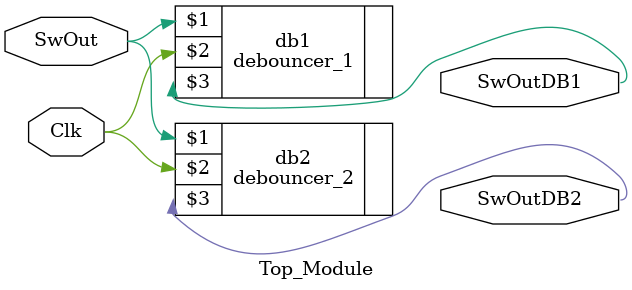
<source format=v>
module Top_Module(SwOut,Clk,SwOutDB1,SwOutDB2);

	input SwOut,Clk;
	output SwOutDB1,SwOutDB2;
	
	debouncer_1 db1 (SwOut,Clk,SwOutDB1);
	
	debouncer_2 db2 (SwOut,Clk,SwOutDB2);

endmodule 
</source>
